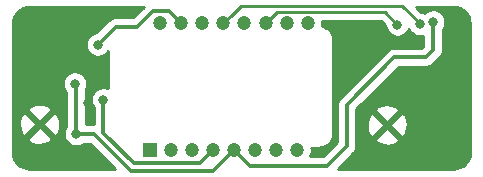
<source format=gbl>
%TF.GenerationSoftware,KiCad,Pcbnew,(5.1.4)-1*%
%TF.CreationDate,2025-05-10T17:32:09-04:00*%
%TF.ProjectId,PMW3360,504d5733-3336-4302-9e6b-696361645f70,rev?*%
%TF.SameCoordinates,Original*%
%TF.FileFunction,Copper,L2,Bot*%
%TF.FilePolarity,Positive*%
%FSLAX46Y46*%
G04 Gerber Fmt 4.6, Leading zero omitted, Abs format (unit mm)*
G04 Created by KiCad (PCBNEW (5.1.4)-1) date 2025-05-10 17:32:09*
%MOMM*%
%LPD*%
G04 APERTURE LIST*
%ADD10C,1.200000*%
%ADD11R,1.200000X1.200000*%
%ADD12C,0.800000*%
%ADD13C,0.375000*%
%ADD14C,0.250000*%
%ADD15C,0.254000*%
G04 APERTURE END LIST*
D10*
X166750000Y-99500000D03*
X164970000Y-99500000D03*
X163190000Y-99500000D03*
X161410000Y-99500000D03*
X159630000Y-99500000D03*
X157850000Y-99500000D03*
X156070000Y-99500000D03*
X154290000Y-99500000D03*
X165860000Y-110200000D03*
X164080000Y-110200000D03*
X162300000Y-110200000D03*
X160520000Y-110200000D03*
X158740000Y-110200000D03*
X156960000Y-110200000D03*
X155180000Y-110200000D03*
D11*
X153400000Y-110200000D03*
D12*
X147150000Y-108850000D03*
X147050000Y-104600000D03*
X177380002Y-99360000D03*
X148160000Y-106250000D03*
X147171091Y-110478909D03*
X176492490Y-105750000D03*
X169700000Y-104359998D03*
X149450000Y-105950000D03*
X174350000Y-99600000D03*
X176250000Y-99550000D03*
X149000000Y-101300000D03*
D13*
X147150000Y-104700000D02*
X147050000Y-104600000D01*
X147150000Y-108850000D02*
X147150000Y-104700000D01*
X159920001Y-110799999D02*
X160520000Y-110200000D01*
X158757489Y-111962511D02*
X159920001Y-110799999D01*
X148650000Y-108850000D02*
X151762511Y-111962511D01*
X151762511Y-111962511D02*
X158757489Y-111962511D01*
X147150000Y-108850000D02*
X148650000Y-108850000D01*
X177380002Y-101749998D02*
X177380002Y-99360000D01*
X161870000Y-111550000D02*
X168380000Y-111550000D01*
X160520000Y-110200000D02*
X161870000Y-111550000D01*
X176750000Y-102380000D02*
X177380002Y-101749998D01*
X168380000Y-111550000D02*
X170070000Y-109860000D01*
X170070000Y-106420000D02*
X174110000Y-102380000D01*
X170070000Y-109860000D02*
X170070000Y-106420000D01*
X174110000Y-102380000D02*
X176750000Y-102380000D01*
X152021398Y-111337500D02*
X157602500Y-111337500D01*
X158140001Y-110799999D02*
X158740000Y-110200000D01*
X149450000Y-108766102D02*
X152021398Y-111337500D01*
X149450000Y-105950000D02*
X149450000Y-108766102D01*
X157602500Y-111337500D02*
X158140001Y-110799999D01*
D14*
X163789999Y-98900001D02*
X163190000Y-99500000D01*
X164165001Y-98524999D02*
X163789999Y-98900001D01*
X164165001Y-98524999D02*
X173274999Y-98524999D01*
X173274999Y-98524999D02*
X174350000Y-99600000D01*
X160229999Y-98900001D02*
X159630000Y-99500000D01*
X161105011Y-98024989D02*
X160229999Y-98900001D01*
X161105011Y-98024989D02*
X174774989Y-98024989D01*
X174774989Y-98024989D02*
X176250000Y-99500000D01*
D13*
X155032499Y-98462499D02*
X155470001Y-98900001D01*
X155470001Y-98900001D02*
X156070000Y-99500000D01*
X153687501Y-98462499D02*
X155032499Y-98462499D01*
X152350000Y-99800000D02*
X153687501Y-98462499D01*
X150500000Y-99800000D02*
X152350000Y-99800000D01*
X149000000Y-101300000D02*
X150500000Y-99800000D01*
D15*
G36*
X152009310Y-98977500D02*
G01*
X150540387Y-98977500D01*
X150499999Y-98973522D01*
X150459611Y-98977500D01*
X150459602Y-98977500D01*
X150338762Y-98989402D01*
X150183720Y-99036433D01*
X150040833Y-99112808D01*
X149915591Y-99215591D01*
X149889835Y-99246975D01*
X148865292Y-100271518D01*
X148698102Y-100304774D01*
X148509744Y-100382795D01*
X148340226Y-100496063D01*
X148196063Y-100640226D01*
X148082795Y-100809744D01*
X148004774Y-100998102D01*
X147965000Y-101198061D01*
X147965000Y-101401939D01*
X148004774Y-101601898D01*
X148082795Y-101790256D01*
X148196063Y-101959774D01*
X148340226Y-102103937D01*
X148509744Y-102217205D01*
X148698102Y-102295226D01*
X148898061Y-102335000D01*
X149101939Y-102335000D01*
X149301898Y-102295226D01*
X149490256Y-102217205D01*
X149659774Y-102103937D01*
X149803937Y-101959774D01*
X149890001Y-101830970D01*
X149890000Y-105011978D01*
X149751898Y-104954774D01*
X149551939Y-104915000D01*
X149348061Y-104915000D01*
X149148102Y-104954774D01*
X148959744Y-105032795D01*
X148790226Y-105146063D01*
X148646063Y-105290226D01*
X148532795Y-105459744D01*
X148454774Y-105648102D01*
X148415000Y-105848061D01*
X148415000Y-106051939D01*
X148454774Y-106251898D01*
X148532795Y-106440256D01*
X148627500Y-106581993D01*
X148627501Y-108025737D01*
X148609602Y-108027500D01*
X147972500Y-108027500D01*
X147972500Y-105077473D01*
X148045226Y-104901898D01*
X148085000Y-104701939D01*
X148085000Y-104498061D01*
X148045226Y-104298102D01*
X147967205Y-104109744D01*
X147853937Y-103940226D01*
X147709774Y-103796063D01*
X147540256Y-103682795D01*
X147351898Y-103604774D01*
X147151939Y-103565000D01*
X146948061Y-103565000D01*
X146748102Y-103604774D01*
X146559744Y-103682795D01*
X146390226Y-103796063D01*
X146246063Y-103940226D01*
X146132795Y-104109744D01*
X146054774Y-104298102D01*
X146015000Y-104498061D01*
X146015000Y-104701939D01*
X146054774Y-104901898D01*
X146132795Y-105090256D01*
X146246063Y-105259774D01*
X146327501Y-105341212D01*
X146327500Y-108218007D01*
X146232795Y-108359744D01*
X146154774Y-108548102D01*
X146115000Y-108748061D01*
X146115000Y-108951939D01*
X146154774Y-109151898D01*
X146232795Y-109340256D01*
X146346063Y-109509774D01*
X146490226Y-109653937D01*
X146659744Y-109767205D01*
X146848102Y-109845226D01*
X147048061Y-109885000D01*
X147251939Y-109885000D01*
X147451898Y-109845226D01*
X147640256Y-109767205D01*
X147781992Y-109672500D01*
X148309310Y-109672500D01*
X150426810Y-111790000D01*
X143182279Y-111790000D01*
X142890340Y-111761375D01*
X142640571Y-111685965D01*
X142410206Y-111563477D01*
X142208021Y-111398579D01*
X142041712Y-111197546D01*
X141917622Y-110968046D01*
X141840469Y-110718805D01*
X141810000Y-110428911D01*
X141810000Y-109256712D01*
X143032893Y-109256712D01*
X143140726Y-109531338D01*
X143447384Y-109682216D01*
X143777585Y-109770369D01*
X144118639Y-109792409D01*
X144457439Y-109747489D01*
X144780966Y-109637336D01*
X144979274Y-109531338D01*
X145087107Y-109256712D01*
X144060000Y-108229605D01*
X143032893Y-109256712D01*
X141810000Y-109256712D01*
X141810000Y-108108639D01*
X142317591Y-108108639D01*
X142362511Y-108447439D01*
X142472664Y-108770966D01*
X142578662Y-108969274D01*
X142853288Y-109077107D01*
X143880395Y-108050000D01*
X144239605Y-108050000D01*
X145266712Y-109077107D01*
X145541338Y-108969274D01*
X145692216Y-108662616D01*
X145780369Y-108332415D01*
X145802409Y-107991361D01*
X145757489Y-107652561D01*
X145647336Y-107329034D01*
X145541338Y-107130726D01*
X145266712Y-107022893D01*
X144239605Y-108050000D01*
X143880395Y-108050000D01*
X142853288Y-107022893D01*
X142578662Y-107130726D01*
X142427784Y-107437384D01*
X142339631Y-107767585D01*
X142317591Y-108108639D01*
X141810000Y-108108639D01*
X141810000Y-106843288D01*
X143032893Y-106843288D01*
X144060000Y-107870395D01*
X145087107Y-106843288D01*
X144979274Y-106568662D01*
X144672616Y-106417784D01*
X144342415Y-106329631D01*
X144001361Y-106307591D01*
X143662561Y-106352511D01*
X143339034Y-106462664D01*
X143140726Y-106568662D01*
X143032893Y-106843288D01*
X141810000Y-106843288D01*
X141810000Y-99482279D01*
X141838625Y-99190341D01*
X141914035Y-98940571D01*
X142036522Y-98710208D01*
X142201422Y-98508020D01*
X142402450Y-98341714D01*
X142631954Y-98217622D01*
X142881195Y-98140469D01*
X143171088Y-98110000D01*
X152876810Y-98110000D01*
X152009310Y-98977500D01*
X152009310Y-98977500D01*
G37*
X152009310Y-98977500D02*
X150540387Y-98977500D01*
X150499999Y-98973522D01*
X150459611Y-98977500D01*
X150459602Y-98977500D01*
X150338762Y-98989402D01*
X150183720Y-99036433D01*
X150040833Y-99112808D01*
X149915591Y-99215591D01*
X149889835Y-99246975D01*
X148865292Y-100271518D01*
X148698102Y-100304774D01*
X148509744Y-100382795D01*
X148340226Y-100496063D01*
X148196063Y-100640226D01*
X148082795Y-100809744D01*
X148004774Y-100998102D01*
X147965000Y-101198061D01*
X147965000Y-101401939D01*
X148004774Y-101601898D01*
X148082795Y-101790256D01*
X148196063Y-101959774D01*
X148340226Y-102103937D01*
X148509744Y-102217205D01*
X148698102Y-102295226D01*
X148898061Y-102335000D01*
X149101939Y-102335000D01*
X149301898Y-102295226D01*
X149490256Y-102217205D01*
X149659774Y-102103937D01*
X149803937Y-101959774D01*
X149890001Y-101830970D01*
X149890000Y-105011978D01*
X149751898Y-104954774D01*
X149551939Y-104915000D01*
X149348061Y-104915000D01*
X149148102Y-104954774D01*
X148959744Y-105032795D01*
X148790226Y-105146063D01*
X148646063Y-105290226D01*
X148532795Y-105459744D01*
X148454774Y-105648102D01*
X148415000Y-105848061D01*
X148415000Y-106051939D01*
X148454774Y-106251898D01*
X148532795Y-106440256D01*
X148627500Y-106581993D01*
X148627501Y-108025737D01*
X148609602Y-108027500D01*
X147972500Y-108027500D01*
X147972500Y-105077473D01*
X148045226Y-104901898D01*
X148085000Y-104701939D01*
X148085000Y-104498061D01*
X148045226Y-104298102D01*
X147967205Y-104109744D01*
X147853937Y-103940226D01*
X147709774Y-103796063D01*
X147540256Y-103682795D01*
X147351898Y-103604774D01*
X147151939Y-103565000D01*
X146948061Y-103565000D01*
X146748102Y-103604774D01*
X146559744Y-103682795D01*
X146390226Y-103796063D01*
X146246063Y-103940226D01*
X146132795Y-104109744D01*
X146054774Y-104298102D01*
X146015000Y-104498061D01*
X146015000Y-104701939D01*
X146054774Y-104901898D01*
X146132795Y-105090256D01*
X146246063Y-105259774D01*
X146327501Y-105341212D01*
X146327500Y-108218007D01*
X146232795Y-108359744D01*
X146154774Y-108548102D01*
X146115000Y-108748061D01*
X146115000Y-108951939D01*
X146154774Y-109151898D01*
X146232795Y-109340256D01*
X146346063Y-109509774D01*
X146490226Y-109653937D01*
X146659744Y-109767205D01*
X146848102Y-109845226D01*
X147048061Y-109885000D01*
X147251939Y-109885000D01*
X147451898Y-109845226D01*
X147640256Y-109767205D01*
X147781992Y-109672500D01*
X148309310Y-109672500D01*
X150426810Y-111790000D01*
X143182279Y-111790000D01*
X142890340Y-111761375D01*
X142640571Y-111685965D01*
X142410206Y-111563477D01*
X142208021Y-111398579D01*
X142041712Y-111197546D01*
X141917622Y-110968046D01*
X141840469Y-110718805D01*
X141810000Y-110428911D01*
X141810000Y-109256712D01*
X143032893Y-109256712D01*
X143140726Y-109531338D01*
X143447384Y-109682216D01*
X143777585Y-109770369D01*
X144118639Y-109792409D01*
X144457439Y-109747489D01*
X144780966Y-109637336D01*
X144979274Y-109531338D01*
X145087107Y-109256712D01*
X144060000Y-108229605D01*
X143032893Y-109256712D01*
X141810000Y-109256712D01*
X141810000Y-108108639D01*
X142317591Y-108108639D01*
X142362511Y-108447439D01*
X142472664Y-108770966D01*
X142578662Y-108969274D01*
X142853288Y-109077107D01*
X143880395Y-108050000D01*
X144239605Y-108050000D01*
X145266712Y-109077107D01*
X145541338Y-108969274D01*
X145692216Y-108662616D01*
X145780369Y-108332415D01*
X145802409Y-107991361D01*
X145757489Y-107652561D01*
X145647336Y-107329034D01*
X145541338Y-107130726D01*
X145266712Y-107022893D01*
X144239605Y-108050000D01*
X143880395Y-108050000D01*
X142853288Y-107022893D01*
X142578662Y-107130726D01*
X142427784Y-107437384D01*
X142339631Y-107767585D01*
X142317591Y-108108639D01*
X141810000Y-108108639D01*
X141810000Y-106843288D01*
X143032893Y-106843288D01*
X144060000Y-107870395D01*
X145087107Y-106843288D01*
X144979274Y-106568662D01*
X144672616Y-106417784D01*
X144342415Y-106329631D01*
X144001361Y-106307591D01*
X143662561Y-106352511D01*
X143339034Y-106462664D01*
X143140726Y-106568662D01*
X143032893Y-106843288D01*
X141810000Y-106843288D01*
X141810000Y-99482279D01*
X141838625Y-99190341D01*
X141914035Y-98940571D01*
X142036522Y-98710208D01*
X142201422Y-98508020D01*
X142402450Y-98341714D01*
X142631954Y-98217622D01*
X142881195Y-98140469D01*
X143171088Y-98110000D01*
X152876810Y-98110000D01*
X152009310Y-98977500D01*
G36*
X179409659Y-98138625D02*
G01*
X179659429Y-98214035D01*
X179889792Y-98336522D01*
X180091980Y-98501422D01*
X180258286Y-98702450D01*
X180382378Y-98931954D01*
X180459531Y-99181195D01*
X180490000Y-99471089D01*
X180490001Y-110417711D01*
X180461375Y-110709660D01*
X180385965Y-110959429D01*
X180263477Y-111189794D01*
X180098579Y-111391979D01*
X179897546Y-111558288D01*
X179668046Y-111682378D01*
X179418805Y-111759531D01*
X179128911Y-111790000D01*
X169303190Y-111790000D01*
X170623031Y-110470160D01*
X170654409Y-110444409D01*
X170757192Y-110319167D01*
X170833567Y-110176280D01*
X170880598Y-110021238D01*
X170890534Y-109920356D01*
X170896479Y-109860000D01*
X170892500Y-109819602D01*
X170892500Y-109306712D01*
X172462893Y-109306712D01*
X172570726Y-109581338D01*
X172877384Y-109732216D01*
X173207585Y-109820369D01*
X173548639Y-109842409D01*
X173887439Y-109797489D01*
X174210966Y-109687336D01*
X174409274Y-109581338D01*
X174517107Y-109306712D01*
X173490000Y-108279605D01*
X172462893Y-109306712D01*
X170892500Y-109306712D01*
X170892500Y-108158639D01*
X171747591Y-108158639D01*
X171792511Y-108497439D01*
X171902664Y-108820966D01*
X172008662Y-109019274D01*
X172283288Y-109127107D01*
X173310395Y-108100000D01*
X173669605Y-108100000D01*
X174696712Y-109127107D01*
X174971338Y-109019274D01*
X175122216Y-108712616D01*
X175210369Y-108382415D01*
X175232409Y-108041361D01*
X175187489Y-107702561D01*
X175077336Y-107379034D01*
X174971338Y-107180726D01*
X174696712Y-107072893D01*
X173669605Y-108100000D01*
X173310395Y-108100000D01*
X172283288Y-107072893D01*
X172008662Y-107180726D01*
X171857784Y-107487384D01*
X171769631Y-107817585D01*
X171747591Y-108158639D01*
X170892500Y-108158639D01*
X170892500Y-106893288D01*
X172462893Y-106893288D01*
X173490000Y-107920395D01*
X174517107Y-106893288D01*
X174409274Y-106618662D01*
X174102616Y-106467784D01*
X173772415Y-106379631D01*
X173431361Y-106357591D01*
X173092561Y-106402511D01*
X172769034Y-106512664D01*
X172570726Y-106618662D01*
X172462893Y-106893288D01*
X170892500Y-106893288D01*
X170892500Y-106760690D01*
X174450691Y-103202500D01*
X176709602Y-103202500D01*
X176750000Y-103206479D01*
X176790398Y-103202500D01*
X176911238Y-103190598D01*
X177066280Y-103143567D01*
X177209167Y-103067192D01*
X177334409Y-102964409D01*
X177360165Y-102933025D01*
X177933028Y-102360162D01*
X177964411Y-102334407D01*
X178067194Y-102209165D01*
X178143569Y-102066278D01*
X178190600Y-101911236D01*
X178202502Y-101790396D01*
X178202502Y-101790387D01*
X178206480Y-101749999D01*
X178202502Y-101709611D01*
X178202502Y-99991992D01*
X178297207Y-99850256D01*
X178375228Y-99661898D01*
X178415002Y-99461939D01*
X178415002Y-99258061D01*
X178375228Y-99058102D01*
X178297207Y-98869744D01*
X178183939Y-98700226D01*
X178039776Y-98556063D01*
X177870258Y-98442795D01*
X177681900Y-98364774D01*
X177481941Y-98325000D01*
X177278063Y-98325000D01*
X177078104Y-98364774D01*
X176889746Y-98442795D01*
X176720228Y-98556063D01*
X176671836Y-98604455D01*
X176551898Y-98554774D01*
X176351939Y-98515000D01*
X176339802Y-98515000D01*
X175934801Y-98110000D01*
X179117721Y-98110000D01*
X179409659Y-98138625D01*
X179409659Y-98138625D01*
G37*
X179409659Y-98138625D02*
X179659429Y-98214035D01*
X179889792Y-98336522D01*
X180091980Y-98501422D01*
X180258286Y-98702450D01*
X180382378Y-98931954D01*
X180459531Y-99181195D01*
X180490000Y-99471089D01*
X180490001Y-110417711D01*
X180461375Y-110709660D01*
X180385965Y-110959429D01*
X180263477Y-111189794D01*
X180098579Y-111391979D01*
X179897546Y-111558288D01*
X179668046Y-111682378D01*
X179418805Y-111759531D01*
X179128911Y-111790000D01*
X169303190Y-111790000D01*
X170623031Y-110470160D01*
X170654409Y-110444409D01*
X170757192Y-110319167D01*
X170833567Y-110176280D01*
X170880598Y-110021238D01*
X170890534Y-109920356D01*
X170896479Y-109860000D01*
X170892500Y-109819602D01*
X170892500Y-109306712D01*
X172462893Y-109306712D01*
X172570726Y-109581338D01*
X172877384Y-109732216D01*
X173207585Y-109820369D01*
X173548639Y-109842409D01*
X173887439Y-109797489D01*
X174210966Y-109687336D01*
X174409274Y-109581338D01*
X174517107Y-109306712D01*
X173490000Y-108279605D01*
X172462893Y-109306712D01*
X170892500Y-109306712D01*
X170892500Y-108158639D01*
X171747591Y-108158639D01*
X171792511Y-108497439D01*
X171902664Y-108820966D01*
X172008662Y-109019274D01*
X172283288Y-109127107D01*
X173310395Y-108100000D01*
X173669605Y-108100000D01*
X174696712Y-109127107D01*
X174971338Y-109019274D01*
X175122216Y-108712616D01*
X175210369Y-108382415D01*
X175232409Y-108041361D01*
X175187489Y-107702561D01*
X175077336Y-107379034D01*
X174971338Y-107180726D01*
X174696712Y-107072893D01*
X173669605Y-108100000D01*
X173310395Y-108100000D01*
X172283288Y-107072893D01*
X172008662Y-107180726D01*
X171857784Y-107487384D01*
X171769631Y-107817585D01*
X171747591Y-108158639D01*
X170892500Y-108158639D01*
X170892500Y-106893288D01*
X172462893Y-106893288D01*
X173490000Y-107920395D01*
X174517107Y-106893288D01*
X174409274Y-106618662D01*
X174102616Y-106467784D01*
X173772415Y-106379631D01*
X173431361Y-106357591D01*
X173092561Y-106402511D01*
X172769034Y-106512664D01*
X172570726Y-106618662D01*
X172462893Y-106893288D01*
X170892500Y-106893288D01*
X170892500Y-106760690D01*
X174450691Y-103202500D01*
X176709602Y-103202500D01*
X176750000Y-103206479D01*
X176790398Y-103202500D01*
X176911238Y-103190598D01*
X177066280Y-103143567D01*
X177209167Y-103067192D01*
X177334409Y-102964409D01*
X177360165Y-102933025D01*
X177933028Y-102360162D01*
X177964411Y-102334407D01*
X178067194Y-102209165D01*
X178143569Y-102066278D01*
X178190600Y-101911236D01*
X178202502Y-101790396D01*
X178202502Y-101790387D01*
X178206480Y-101749999D01*
X178202502Y-101709611D01*
X178202502Y-99991992D01*
X178297207Y-99850256D01*
X178375228Y-99661898D01*
X178415002Y-99461939D01*
X178415002Y-99258061D01*
X178375228Y-99058102D01*
X178297207Y-98869744D01*
X178183939Y-98700226D01*
X178039776Y-98556063D01*
X177870258Y-98442795D01*
X177681900Y-98364774D01*
X177481941Y-98325000D01*
X177278063Y-98325000D01*
X177078104Y-98364774D01*
X176889746Y-98442795D01*
X176720228Y-98556063D01*
X176671836Y-98604455D01*
X176551898Y-98554774D01*
X176351939Y-98515000D01*
X176339802Y-98515000D01*
X175934801Y-98110000D01*
X179117721Y-98110000D01*
X179409659Y-98138625D01*
G36*
X173315000Y-99639802D02*
G01*
X173315000Y-99701939D01*
X173354774Y-99901898D01*
X173432795Y-100090256D01*
X173546063Y-100259774D01*
X173690226Y-100403937D01*
X173859744Y-100517205D01*
X174048102Y-100595226D01*
X174248061Y-100635000D01*
X174451939Y-100635000D01*
X174651898Y-100595226D01*
X174840256Y-100517205D01*
X175009774Y-100403937D01*
X175153937Y-100259774D01*
X175267205Y-100090256D01*
X175310355Y-99986082D01*
X175332795Y-100040256D01*
X175446063Y-100209774D01*
X175590226Y-100353937D01*
X175759744Y-100467205D01*
X175948102Y-100545226D01*
X176148061Y-100585000D01*
X176351939Y-100585000D01*
X176551898Y-100545226D01*
X176557503Y-100542905D01*
X176557502Y-101409308D01*
X176409310Y-101557500D01*
X174150398Y-101557500D01*
X174110000Y-101553521D01*
X174069602Y-101557500D01*
X173948762Y-101569402D01*
X173793720Y-101616433D01*
X173650833Y-101692808D01*
X173525591Y-101795591D01*
X173499839Y-101826970D01*
X169516971Y-105809839D01*
X169485592Y-105835591D01*
X169382809Y-105960833D01*
X169341985Y-106037209D01*
X169306433Y-106103721D01*
X169259402Y-106258762D01*
X169243521Y-106420000D01*
X169247501Y-106460408D01*
X169247500Y-109519309D01*
X168039310Y-110727500D01*
X166976805Y-110727500D01*
X167034237Y-110601484D01*
X167090000Y-110364687D01*
X167098495Y-110121562D01*
X167080328Y-110010000D01*
X167782419Y-110010000D01*
X167810329Y-110007251D01*
X167813308Y-110007272D01*
X167822479Y-110006373D01*
X167870648Y-110001310D01*
X167879383Y-110000450D01*
X167879674Y-110000362D01*
X167919527Y-109996173D01*
X167978152Y-109984139D01*
X168036884Y-109972936D01*
X168045706Y-109970272D01*
X168138925Y-109941416D01*
X168194075Y-109918233D01*
X168249537Y-109895825D01*
X168257666Y-109891502D01*
X168257670Y-109891500D01*
X168257673Y-109891498D01*
X168343511Y-109845086D01*
X168393098Y-109811638D01*
X168443156Y-109778881D01*
X168450297Y-109773057D01*
X168525486Y-109710855D01*
X168567639Y-109668406D01*
X168610371Y-109626561D01*
X168616245Y-109619460D01*
X168677921Y-109543840D01*
X168711052Y-109493975D01*
X168744825Y-109444650D01*
X168749208Y-109436544D01*
X168795020Y-109350383D01*
X168817809Y-109295091D01*
X168841378Y-109240102D01*
X168844103Y-109231299D01*
X168872308Y-109137881D01*
X168883933Y-109079174D01*
X168896365Y-109020684D01*
X168897327Y-109011530D01*
X168897328Y-109011524D01*
X168897328Y-109011519D01*
X168906850Y-108914402D01*
X168910000Y-108882419D01*
X168910000Y-100817581D01*
X168907251Y-100789671D01*
X168907272Y-100786693D01*
X168906373Y-100777522D01*
X168901311Y-100729360D01*
X168900450Y-100720617D01*
X168900362Y-100720325D01*
X168896173Y-100680473D01*
X168884140Y-100621854D01*
X168872936Y-100563116D01*
X168870272Y-100554294D01*
X168841416Y-100461075D01*
X168818238Y-100405937D01*
X168795825Y-100350463D01*
X168791498Y-100342327D01*
X168745085Y-100256489D01*
X168711645Y-100206913D01*
X168678881Y-100156844D01*
X168673057Y-100149703D01*
X168610855Y-100074514D01*
X168568406Y-100032361D01*
X168526561Y-99989629D01*
X168519460Y-99983755D01*
X168443839Y-99922079D01*
X168394034Y-99888988D01*
X168344650Y-99855174D01*
X168336544Y-99850792D01*
X168250383Y-99804980D01*
X168195091Y-99782191D01*
X168140102Y-99758622D01*
X168131299Y-99755897D01*
X168037881Y-99727692D01*
X167979174Y-99716067D01*
X167966742Y-99713425D01*
X167985000Y-99621637D01*
X167985000Y-99378363D01*
X167966429Y-99284999D01*
X172960198Y-99284999D01*
X173315000Y-99639802D01*
X173315000Y-99639802D01*
G37*
X173315000Y-99639802D02*
X173315000Y-99701939D01*
X173354774Y-99901898D01*
X173432795Y-100090256D01*
X173546063Y-100259774D01*
X173690226Y-100403937D01*
X173859744Y-100517205D01*
X174048102Y-100595226D01*
X174248061Y-100635000D01*
X174451939Y-100635000D01*
X174651898Y-100595226D01*
X174840256Y-100517205D01*
X175009774Y-100403937D01*
X175153937Y-100259774D01*
X175267205Y-100090256D01*
X175310355Y-99986082D01*
X175332795Y-100040256D01*
X175446063Y-100209774D01*
X175590226Y-100353937D01*
X175759744Y-100467205D01*
X175948102Y-100545226D01*
X176148061Y-100585000D01*
X176351939Y-100585000D01*
X176551898Y-100545226D01*
X176557503Y-100542905D01*
X176557502Y-101409308D01*
X176409310Y-101557500D01*
X174150398Y-101557500D01*
X174110000Y-101553521D01*
X174069602Y-101557500D01*
X173948762Y-101569402D01*
X173793720Y-101616433D01*
X173650833Y-101692808D01*
X173525591Y-101795591D01*
X173499839Y-101826970D01*
X169516971Y-105809839D01*
X169485592Y-105835591D01*
X169382809Y-105960833D01*
X169341985Y-106037209D01*
X169306433Y-106103721D01*
X169259402Y-106258762D01*
X169243521Y-106420000D01*
X169247501Y-106460408D01*
X169247500Y-109519309D01*
X168039310Y-110727500D01*
X166976805Y-110727500D01*
X167034237Y-110601484D01*
X167090000Y-110364687D01*
X167098495Y-110121562D01*
X167080328Y-110010000D01*
X167782419Y-110010000D01*
X167810329Y-110007251D01*
X167813308Y-110007272D01*
X167822479Y-110006373D01*
X167870648Y-110001310D01*
X167879383Y-110000450D01*
X167879674Y-110000362D01*
X167919527Y-109996173D01*
X167978152Y-109984139D01*
X168036884Y-109972936D01*
X168045706Y-109970272D01*
X168138925Y-109941416D01*
X168194075Y-109918233D01*
X168249537Y-109895825D01*
X168257666Y-109891502D01*
X168257670Y-109891500D01*
X168257673Y-109891498D01*
X168343511Y-109845086D01*
X168393098Y-109811638D01*
X168443156Y-109778881D01*
X168450297Y-109773057D01*
X168525486Y-109710855D01*
X168567639Y-109668406D01*
X168610371Y-109626561D01*
X168616245Y-109619460D01*
X168677921Y-109543840D01*
X168711052Y-109493975D01*
X168744825Y-109444650D01*
X168749208Y-109436544D01*
X168795020Y-109350383D01*
X168817809Y-109295091D01*
X168841378Y-109240102D01*
X168844103Y-109231299D01*
X168872308Y-109137881D01*
X168883933Y-109079174D01*
X168896365Y-109020684D01*
X168897327Y-109011530D01*
X168897328Y-109011524D01*
X168897328Y-109011519D01*
X168906850Y-108914402D01*
X168910000Y-108882419D01*
X168910000Y-100817581D01*
X168907251Y-100789671D01*
X168907272Y-100786693D01*
X168906373Y-100777522D01*
X168901311Y-100729360D01*
X168900450Y-100720617D01*
X168900362Y-100720325D01*
X168896173Y-100680473D01*
X168884140Y-100621854D01*
X168872936Y-100563116D01*
X168870272Y-100554294D01*
X168841416Y-100461075D01*
X168818238Y-100405937D01*
X168795825Y-100350463D01*
X168791498Y-100342327D01*
X168745085Y-100256489D01*
X168711645Y-100206913D01*
X168678881Y-100156844D01*
X168673057Y-100149703D01*
X168610855Y-100074514D01*
X168568406Y-100032361D01*
X168526561Y-99989629D01*
X168519460Y-99983755D01*
X168443839Y-99922079D01*
X168394034Y-99888988D01*
X168344650Y-99855174D01*
X168336544Y-99850792D01*
X168250383Y-99804980D01*
X168195091Y-99782191D01*
X168140102Y-99758622D01*
X168131299Y-99755897D01*
X168037881Y-99727692D01*
X167979174Y-99716067D01*
X167966742Y-99713425D01*
X167985000Y-99621637D01*
X167985000Y-99378363D01*
X167966429Y-99284999D01*
X172960198Y-99284999D01*
X173315000Y-99639802D01*
G36*
X165860000Y-110020395D02*
G01*
X165870395Y-110010000D01*
X165877890Y-110010000D01*
X166053748Y-110185858D01*
X166039605Y-110200000D01*
X166053748Y-110214143D01*
X165874143Y-110393748D01*
X165860000Y-110379605D01*
X165845858Y-110393748D01*
X165666253Y-110214143D01*
X165680395Y-110200000D01*
X165666253Y-110185858D01*
X165842110Y-110010000D01*
X165849605Y-110010000D01*
X165860000Y-110020395D01*
X165860000Y-110020395D01*
G37*
X165860000Y-110020395D02*
X165870395Y-110010000D01*
X165877890Y-110010000D01*
X166053748Y-110185858D01*
X166039605Y-110200000D01*
X166053748Y-110214143D01*
X165874143Y-110393748D01*
X165860000Y-110379605D01*
X165845858Y-110393748D01*
X165666253Y-110214143D01*
X165680395Y-110200000D01*
X165666253Y-110185858D01*
X165842110Y-110010000D01*
X165849605Y-110010000D01*
X165860000Y-110020395D01*
M02*

</source>
